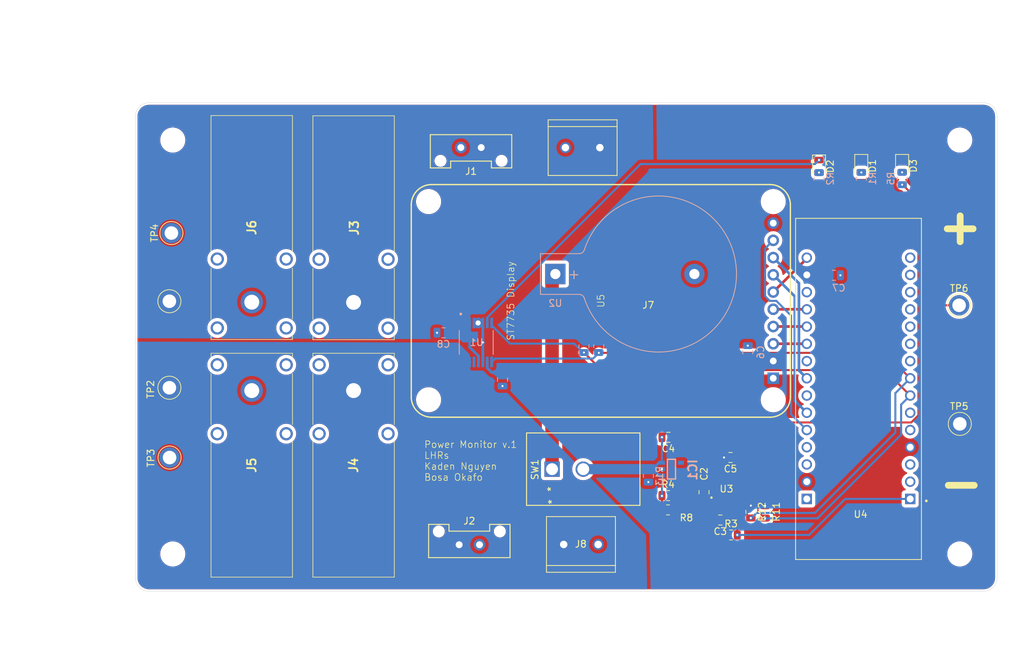
<source format=kicad_pcb>
(kicad_pcb (version 20240108) (generator "pcbnew") (generator_version "8.0")
  (layers (0 "F.Cu" signal) (31 "B.Cu" signal) (34 "B.Paste" user) (35 "F.Paste" user) (36 "B.SilkS" user "B.Silkscreen") (37 "F.SilkS" user "F.Silkscreen") (38 "B.Mask" user) (39 "F.Mask" user) (44 "Edge.Cuts" user))
  (net 0 "")
  (net 1 "GND")
  (net 2 "+3.3V")
  (net 3 "/V+")
  (net 4 "Net-(D1-A)")
  (net 5 "Net-(D2-A)")
  (net 6 "Net-(D2-K)")
  (net 7 "/V-")
  (net 8 "/SCL")
  (net 9 "/SDA")
  (net 10 "/SCK")
  (net 11 "/MOSI")
  (net 12 "/RESET")
  (net 13 "/CARD_CS")
  (net 14 "/TFT_CS")
  (net 15 "/DC")
  (net 17 "Net-(D3-A)")
  (net 18 "/ALERT")
  (net 19 "/MISO")
  (net 20 "Net-(U3-CELL)")
  (net 21 "Net-(U3-VDD)")
  (net 22 "Net-(U2-+)")
  (net 41 "/Batt")
  (footprint "TestPoint:TestPoint_Plated_Hole_D2.0mm" (layer "F.Cu") (at 57.03 112.29 90)
    (property "Reference" "TP3" (at -0.07 -2.758 90) (layer "F.SilkS"))
    (property "Value" "TestPoint")
    (pad "1" thru_hole circle (at 0 0 90) (size 3 3) (drill 2) (layers "*.Cu" "*.Mask") (net 1 "GND"))
  )
  (footprint "Resistor_SMD:R_0805_2012Metric" (layer "F.Cu") (at 139.7875 123.7)
    (property "Reference" "R3" (at 0 -1.65 0) (layer "F.SilkS"))
    (property "Value" "4.7k")
    (pad "1" smd roundrect (at -0.9125 0) (size 1.025 1.4) (layers "F.Cu" "F.Paste" "F.Mask") (roundrect_rratio 0.243902) (net 41 "/Batt"))
    (pad "2" smd roundrect (at 0.9125 0) (size 1.025 1.4) (layers "F.Cu" "F.Paste" "F.Mask") (roundrect_rratio 0.243902) (net 18 "/ALERT"))
  )
  (footprint "UTSVTConnectors:Banana_Jack_Horizontal" (layer "F.Cu") (at 74.22 98.62 -90)
    (property "Reference" "J5" (at 14.8 5.08 90) (layer "F.SilkS") (effects (font (size 1.27 1.27) (thickness 0.254))))
    (property "Value" "Conn_01x01_Pin" (hide yes))
    (pad "1" thru_hole circle (at 3.8 5.08 270) (size 3.3 3.3) (drill 2.2) (layers "*.Cu" "*.Mask") (net 1 "GND"))
    (pad "2" thru_hole circle (at 0 10.16 270) (size 1.95 1.95) (drill 1.3) (layers "*.Cu" "*.Mask"))
    (pad "3" thru_hole circle (at 10.16 10.16 270) (size 1.95 1.95) (drill 1.3) (layers "*.Cu" "*.Mask"))
    (pad "4" thru_hole circle (at 10.16 0 270) (size 1.95 1.95) (drill 1.3) (layers "*.Cu" "*.Mask"))
    (pad "5" thru_hole circle (at 0 0 270) (size 1.95 1.95) (drill 1.3) (layers "*.Cu" "*.Mask"))
  )
  (footprint "TestPoint:TestPoint_Plated_Hole_D2.0mm" (layer "F.Cu") (at 57 102 90)
    (property "Reference" "TP2" (at -0.24 -2.768 90) (layer "F.SilkS"))
    (property "Value" "TestPoint")
    (pad "1" thru_hole circle (at 0 0 90) (size 3 3) (drill 2) (layers "*.Cu" "*.Mask") (net 7 "/V-"))
  )
  (footprint "Power-Monitoring:screw_termina2x1" (layer "F.Cu") (at 117.91 66.61 180)
    (property "Reference" "J7" (at -9.68 -23.2125 0) (layer "F.SilkS") (effects (font (size 1.002039 1.002039))))
    (property "Value" "Conn_01x02_Pin")
    (pad "1" thru_hole rect (at -2.54 0 180) (size 1.65 1.65) (drill 1.1) (layers "*.Cu" "*.Mask") (net 3 "/V+"))
    (pad "2" thru_hole circle (at 2.54 0 180) (size 1.65 1.65) (drill 1.1) (layers "*.Cu" "*.Mask") (net 1 "GND"))
  )
  (footprint "Resistor_SMD:R_0805_2012Metric" (layer "F.Cu") (at 130.5125 117.9)
    (property "Reference" "R4" (at 0 -1.65 0) (layer "F.SilkS"))
    (property "Value" "1K")
    (pad "1" smd roundrect (at -0.9125 0) (size 1.025 1.4) (layers "F.Cu" "F.Paste" "F.Mask") (roundrect_rratio 0.243902) (net 41 "/Batt"))
    (pad "2" smd roundrect (at 0.9125 0) (size 1.025 1.4) (layers "F.Cu" "F.Paste" "F.Mask") (roundrect_rratio 0.243902) (net 20 "Net-(U3-CELL)"))
  )
  (footprint "LED_SMD:LED_0805_2012Metric" (layer "F.Cu") (at 165 69.3 -90)
    (property "Reference" "D3" (at 0 -1.65 90) (layer "F.SilkS"))
    (property "Value" "Batt_On_LED")
    (pad "1" smd roundrect (at -0.9375 0 270) (size 0.975 1.4) (layers "F.Cu" "F.Paste" "F.Mask") (net 1 "GND"))
    (pad "2" smd roundrect (at 0.9375 0 270) (size 0.975 1.4) (layers "F.Cu" "F.Paste" "F.Mask") (net 17 "Net-(D3-A)"))
  )
  (footprint "MountingHole:MountingHole_3.2mm_M3" (layer "F.Cu") (at 173.5 65.5)
    (property "Reference" "REF**" (hide yes))
    (property "Value" "MountingHole_3.2mm_M3")
    (pad "" np_thru_hole circle (at 0 0) (size 3.2 3.2) (drill 3.2) (layers "*.Cu" "*.Mask"))
  )
  (footprint "TestPoint:TestPoint_Plated_Hole_D2.0mm" (layer "F.Cu") (at 57 89.25 90)
    (property "Reference" "TP1" (hide yes))
    (property "Value" "TestPoint")
    (pad "1" thru_hole circle (at 0 0 90) (size 3 3) (drill 2) (layers "*.Cu" "*.Mask") (net 3 "/V+"))
  )
  (footprint "MountingHole:MountingHole_3.2mm_M3" (layer "F.Cu") (at 173.5 126.5)
    (property "Reference" "REF**" (hide yes))
    (property "Value" "MountingHole_3.2mm_M3")
    (pad "" np_thru_hole circle (at 0 0) (size 3.2 3.2) (drill 3.2) (layers "*.Cu" "*.Mask"))
  )
  (footprint "UTSVTConnectors:Banana_Jack_Horizontal" (layer "F.Cu") (at 79.07 93.22 90)
    (property "Reference" "J3" (at 14.78 5.18 90) (layer "F.SilkS") (effects (font (size 1.27 1.27) (thickness 0.254))))
    (property "Value" "Conn_01x01_Pin" (hide yes))
    (pad "1" thru_hole circle (at 3.8 5.08 90) (size 3.3 3.3) (drill 2.2) (layers "*.Cu" "*.Mask") (net 3 "/V+"))
    (pad "2" thru_hole circle (at 0 10.16 90) (size 1.95 1.95) (drill 1.3) (layers "*.Cu" "*.Mask"))
    (pad "3" thru_hole circle (at 10.16 10.16 90) (size 1.95 1.95) (drill 1.3) (layers "*.Cu" "*.Mask"))
    (pad "4" thru_hole circle (at 10.16 0 90) (size 1.95 1.95) (drill 1.3) (layers "*.Cu" "*.Mask"))
    (pad "5" thru_hole circle (at 0 0 90) (size 1.95 1.95) (drill 1.3) (layers "*.Cu" "*.Mask"))
  )
  (footprint "Capacitor_SMD:C_0805_2012Metric" (layer "F.Cu") (at 139.7 112.28 180)
    (property "Reference" "C5" (at 0 -1.68 0) (layer "F.SilkS"))
    (property "Value" "2.2uF")
    (pad "1" smd roundrect (at -0.95 0 180) (size 1 1.45) (layers "F.Cu" "F.Paste" "F.Mask") (net 1 "GND"))
    (pad "2" smd roundrect (at 0.95 0 180) (size 1 1.45) (layers "F.Cu" "F.Paste" "F.Mask") (net 2 "+3.3V"))
  )
  (footprint "Power-Monitoring:screw_termina2x1" (layer "F.Cu") (at 117.66 125.1)
    (property "Reference" "J8" (at -0.02 -0.06 0) (layer "F.SilkS") (effects (font (size 1.002039 1.002039))))
    (property "Value" "Conn_01x02_Pin")
    (pad "1" thru_hole rect (at -2.54 0) (size 1.65 1.65) (drill 1.1) (layers "*.Cu" "*.Mask") (net 7 "/V-"))
    (pad "2" thru_hole circle (at 2.54 0) (size 1.65 1.65) (drill 1.1) (layers "*.Cu" "*.Mask") (net 1 "GND"))
  )
  (footprint "Capacitor_SMD:C_0805_2012Metric" (layer "F.Cu") (at 130.55 109.3 180)
    (property "Reference" "C4" (at 0 -1.68 0) (layer "F.SilkS"))
    (property "Value" "1uF")
    (pad "1" smd roundrect (at -0.95 0 180) (size 1 1.45) (layers "F.Cu" "F.Paste" "F.Mask") (net 1 "GND"))
    (pad "2" smd roundrect (at 0.95 0 180) (size 1 1.45) (layers "F.Cu" "F.Paste" "F.Mask") (net 41 "/Batt"))
  )
  (footprint "Power-Monitoring:SW2_GF-123-0054_CWI" (layer "F.Cu") (at 113.4026 114 90)
    (property "Reference" "SW1" (at -0.06 -2.5226 90) (layer "F.SilkS"))
    (property "Value" "GF-123-0054")
    (fp_text user "*" (at -2.94 -0.1226 90) (layer "F.SilkS"))
    (fp_text user "*" (at -4.825 0 90) (layer "F.SilkS"))
    (pad "1" thru_hole rect (at 0 0 90) (size 2.2606 2.2606) (drill 1.7526) (layers "*.Cu" "*.Mask") (net 22 "Net-(U2-+)"))
    (pad "2" thru_hole circle (at 0 4.5974 90) (size 2.2606 2.2606) (drill 1.7526) (layers "*.Cu" "*.Mask") (net 41 "/Batt"))
  )
  (footprint "UTSVTConnectors:Molex_MicroFit3.0_1x2xP3.00mm_PolarizingPeg_Vertical" (layer "F.Cu") (at 102.96 66.6 180)
    (property "Reference" "J1" (at 1.5 -3.5 0) (layer "F.SilkS"))
    (property "Value" "Conn_01x02_Pin")
    (pad "" np_thru_hole circle (at -3 -1.96 180) (size 1.27 1.27) (drill 1.27) (layers "*.Cu" "*.Mask"))
    (pad "" np_thru_hole circle (at 6 -1.96 180) (size 1.27 1.27) (drill 1.27) (layers "*.Cu" "*.Mask"))
    (pad "1" thru_hole circle (at 0 0 180) (size 1.7 1.7) (drill 1.02) (layers "*.Cu" "*.Mask") (net 3 "/V+"))
    (pad "2" thru_hole circle (at 3 0 180) (size 1.7 1.7) (drill 1.02) (layers "*.Cu" "*.Mask") (net 1 "GND"))
  )
  (footprint "Power-Monitoring:ST7735" (layer "F.Cu") (at 120.6 89.2 90)
    (property "Reference" "U5" (at 0 0 90) (layer "F.SilkS") (effects (font (thickness 0.1))))
    (property "Value" "ST7735R" (hide yes))
    (fp_text user "ST7735 Display" (at 0 -12.7 90) (layer "F.SilkS") (effects (font (thickness 0.1)) (justify bottom)))
    (pad "" np_thru_hole circle (at -14.572545 -25.396364 90) (size 1.7 1.7) (drill 3.2) (layers "F&B.Cu" "*.Mask"))
    (pad "" np_thru_hole circle (at -14.572545 25.403636 90) (size 1.7 1.7) (drill 3.2) (layers "F&B.Cu" "*.Mask"))
    (pad "" np_thru_hole circle (at 14.637455 -25.396364 90) (size 3.2 3.2) (drill 3.2) (layers "F&B.Cu" "*.Mask"))
    (pad "" np_thru_hole circle (at 14.637455 25.403636 90) (size 1.7 1.7) (drill 3.2) (layers "F&B.Cu" "*.Mask"))
    (pad "1" thru_hole rect (at -11.397545 25.403636 90) (size 1.7 1.7) (drill 1) (layers "*.Cu" "*.Mask") (net 1 "GND"))
    (pad "2" thru_hole circle (at -8.857545 25.403636 90) (size 1.7 1.7) (drill 1) (layers "*.Cu" "*.Mask") (net 2 "+3.3V"))
    (pad "3" thru_hole circle (at -6.317545 25.403636 90) (size 1.7 1.7) (drill 1) (layers "*.Cu" "*.Mask") (net 12 "/RESET"))
    (pad "4" thru_hole circle (at -3.777545 25.403636 90) (size 1.7 1.7) (drill 1) (layers "*.Cu" "*.Mask") (net 15 "/DC"))
    (pad "5" thru_hole circle (at -1.237545 25.403636 90) (size 1.7 1.7) (drill 1) (layers "*.Cu" "*.Mask") (net 13 "/CARD_CS"))
    (pad "6" thru_hole circle (at 1.302455 25.403636 90) (size 1.7 1.7) (drill 1) (layers "*.Cu" "*.Mask") (net 14 "/TFT_CS"))
    (pad "7" thru_hole circle (at 3.842455 25.403636 90) (size 1.7 1.7) (drill 1) (layers "*.Cu" "*.Mask") (net 11 "/MOSI"))
    (pad "8" thru_hole circle (at 6.382455 25.403636 90) (size 1.7 1.7) (drill 1) (layers "*.Cu" "*.Mask") (net 10 "/SCK"))
    (pad "9" thru_hole circle (at 8.922455 25.403636 90) (size 1.7 1.7) (drill 1) (layers "*.Cu" "*.Mask") (net 19 "/MISO"))
    (pad "10" thru_hole circle (at 11.462455 25.403636 90) (size 1.7 1.7) (drill 1) (layers "*.Cu" "*.Mask") (net 1 "GND"))
  )
  (footprint "TestPoint:TestPoint_Plated_Hole_D2.0mm" (layer "F.Cu") (at 173.5 107.325 180)
    (property "Reference" "TP5" (at 0.09 2.58 180) (layer "F.SilkS"))
    (property "Value" "TestPoint")
    (pad "1" thru_hole circle (at 0 0 180) (size 3 3) (drill 2) (layers "*.Cu" "*.Mask") (net 2 "+3.3V"))
  )
  (footprint "Power-Monitoring:MODULE_NUCLEO-L432KC" (layer "F.Cu") (at 158.57 102.175 180)
    (property "Reference" "U4" (at -0.31 -18.48 180) (layer "F.SilkS"))
    (property "Value" "NUCLEO_L432KC")
    (pad "CN3_1" thru_hole rect (at -7.62 -16.215 180) (size 1.53 1.53) (drill 1.02) (layers "*.Cu" "*.Mask") (net 18 "/ALERT"))
    (pad "CN3_2" thru_hole circle (at -7.62 -13.675 180) (size 1.53 1.53) (drill 1.02) (layers "*.Cu" "*.Mask"))
    (pad "CN3_3" thru_hole circle (at -7.62 -11.135 180) (size 1.53 1.53) (drill 1.02) (layers "*.Cu" "*.Mask"))
    (pad "CN3_4" thru_hole circle (at -7.62 -8.595 180) (size 1.53 1.53) (drill 1.02) (layers "*.Cu" "*.Mask") (net 1 "GND"))
    (pad "CN3_5" thru_hole circle (at -7.62 -6.055 180) (size 1.53 1.53) (drill 1.02) (layers "*.Cu" "*.Mask"))
    (pad "CN3_6" thru_hole circle (at -7.62 -3.515 180) (size 1.53 1.53) (drill 1.02) (layers "*.Cu" "*.Mask"))
    (pad "CN3_7" thru_hole circle (at -7.62 -0.975 180) (size 1.53 1.53) (drill 1.02) (layers "*.Cu" "*.Mask") (net 9 "/SDA"))
    (pad "CN3_8" thru_hole circle (at -7.62 1.565 180) (size 1.53 1.53) (drill 1.02) (layers "*.Cu" "*.Mask") (net 8 "/SCL"))
    (pad "CN3_9" thru_hole circle (at -7.62 4.105 180) (size 1.53 1.53) (drill 1.02) (layers "*.Cu" "*.Mask"))
    (pad "CN3_10" thru_hole circle (at -7.62 6.645 180) (size 1.53 1.53) (drill 1.02) (layers "*.Cu" "*.Mask"))
    (pad "CN3_11" thru_hole circle (at -7.62 9.185 180) (size 1.53 1.53) (drill 1.02) (layers "*.Cu" "*.Mask"))
    (pad "CN3_12" thru_hole circle (at -7.62 11.725 180) (size 1.53 1.53) (drill 1.02) (layers "*.Cu" "*.Mask"))
    (pad "CN3_13" thru_hole circle (at -7.62 14.265 180) (size 1.53 1.53) (drill 1.02) (layers "*.Cu" "*.Mask"))
    (pad "CN3_14" thru_hole circle (at -7.62 16.805 180) (size 1.53 1.53) (drill 1.02) (layers "*.Cu" "*.Mask"))
    (pad "CN3_15" thru_hole circle (at -7.62 19.345 180) (size 1.53 1.53) (drill 1.02) (layers "*.Cu" "*.Mask"))
    (pad "CN4_1" thru_hole rect (at 7.62 -16.215 180) (size 1.53 1.53) (drill 1.02) (layers "*.Cu" "*.Mask"))
    (pad "CN4_2" thru_hole circle (at 7.62 -13.675 180) (size 1.53 1.53) (drill 1.02) (layers "*.Cu" "*.Mask") (net 1 "GND"))
    (pad "CN4_3" thru_hole circle (at 7.62 -11.135 180) (size 1.53 1.53) (drill 1.02) (layers "*.Cu" "*.Mask"))
    (pad "CN4_4" thru_hole circle (at 7.62 -8.595 180) (size 1.53 1.53) (drill 1.02) (layers "*.Cu" "*.Mask"))
    (pad "CN4_5" thru_hole circle (at 7.62 -6.055 180) (size 1.53 1.53) (drill 1.02) (layers "*.Cu" "*.Mask") (net 19 "/MISO"))
    (pad "CN4_6" thru_hole circle (at 7.62 -3.515 180) (size 1.53 1.53) (drill 1.02) (layers "*.Cu" "*.Mask") (net 11 "/MOSI"))
    (pad "CN4_7" thru_hole circle (at 7.62 -0.975 180) (size 1.53 1.53) (drill 1.02) (layers "*.Cu" "*.Mask"))
    (pad "CN4_8" thru_hole circle (at 7.62 1.565 180) (size 1.53 1.53) (drill 1.02) (layers "*.Cu" "*.Mask") (net 10 "/SCK"))
    (pad "CN4_9" thru_hole circle (at 7.62 4.105 180) (size 1.53 1.53) (drill 1.02) (layers "*.Cu" "*.Mask"))
    (pad "CN4_10" thru_hole circle (at 7.62 6.645 180) (size 1.53 1.53) (drill 1.02) (layers "*.Cu" "*.Mask") (net 12 "/RESET"))
    (pad "CN4_11" thru_hole circle (at 7.62 9.185 180) (size 1.53 1.53) (drill 1.02) (layers "*.Cu" "*.Mask") (net 15 "/DC"))
    (pad "CN4_12" thru_hole circle (at 7.62 11.725 180) (size 1.53 1.53) (drill 1.02) (layers "*.Cu" "*.Mask") (net 13 "/CARD_CS"))
    (pad "CN4_13" thru_hole circle (at 7.62 14.265 180) (size 1.53 1.53) (drill 1.02) (layers "*.Cu" "*.Mask"))
    (pad "CN4_14" thru_hole circle (at 7.62 16.805 180) (size 1.53 1.53) (drill 1.02) (layers "*.Cu" "*.Mask") (net 2 "+3.3V"))
    (pad "CN4_15" thru_hole circle (at 7.62 19.345 180) (size 1.53 1.53) (drill 1.02) (layers "*.Cu" "*.Mask") (net 14 "/TFT_CS"))
  )
  (footprint "TestPoint:TestPoint_Plated_Hole_D2.0mm" (layer "F.Cu") (at 57.3 79.2 90)
    (property "Reference" "TP4" (at 0 -2.498 90) (layer "F.SilkS"))
    (property "Value" "TestPoint")
    (pad "1" thru_hole circle (at 0 0 90) (size 3 3) (drill 2) (layers "*.Cu" "*.Mask") (net 1 "GND"))
  )
  (footprint "UTSVTConnectors:Banana_Jack_Horizontal" (layer "F.Cu") (at 64.06 93.19 90)
    (property "Reference" "J6" (at 14.8 5.08 90) (layer "F.SilkS") (effects (font (size 1.27 1.27) (thickness 0.254))))
    (property "Value" "Conn_01x01_Pin" (hide yes))
    (pad "1" thru_hole circle (at 3.8 5.08 90) (size 3.3 3.3) (drill 2.2) (layers "*.Cu" "*.Mask") (net 1 "GND"))
    (pad "2" thru_hole circle (at 0 10.16 90) (size 1.95 1.95) (drill 1.3) (layers "*.Cu" "*.Mask"))
    (pad "3" thru_hole circle (at 10.16 10.16 90) (size 1.95 1.95) (drill 1.3) (layers "*.Cu" "*.Mask"))
    (pad "4" thru_hole circle (at 10.16 0 90) (size 1.95 1.95) (drill 1.3) (layers "*.Cu" "*.Mask"))
    (pad "5" thru_hole circle (at 0 0 90) (size 1.95 1.95) (drill 1.3) (layers "*.Cu" "*.Mask"))
  )
  (footprint "UTSVTConnectors:Molex_MicroFit3.0_1x2xP3.00mm_PolarizingPeg_Vertical" (layer "F.Cu") (at 99.71 125.14)
    (property "Reference" "J2" (at 1.5 -3.5 0) (layer "F.SilkS"))
    (property "Value" "Conn_01x02_Pin")
    (pad "" np_thru_hole circle (at -3 -1.96) (size 1.27 1.27) (drill 1.27) (layers "*.Cu" "*.Mask"))
    (pad "" np_thru_hole circle (at 6 -1.96) (size 1.27 1.27) (drill 1.27) (layers "*.Cu" "*.Mask"))
    (pad "1" thru_hole circle (at 0 0) (size 1.7 1.7) (drill 1.02) (layers "*.Cu" "*.Mask") (net 7 "/V-"))
    (pad "2" thru_hole circle (at 3 0) (size 1.7 1.7) (drill 1.02) (layers "*.Cu" "*.Mask") (net 1 "GND"))
  )
  (footprint "Capacitor_SMD:C_0805_2012Metric" (layer "F.Cu") (at 135.8 117.4 -90)
    (property "Reference" "C2" (at -2.7 -0.01 90) (layer "F.SilkS"))
    (property "Value" "1uF")
    (pad "1" smd roundrect (at -0.95 0 270) (size 1 1.45) (layers "F.Cu" "F.Paste" "F.Mask") (net 1 "GND"))
    (pad "2" smd roundrect (at 0.95 0 270) (size 1 1.45) (layers "F.Cu" "F.Paste" "F.Mask") (net 20 "Net-(U3-CELL)"))
  )
  (footprint "Resistor_SMD:R_0805_2012Metric" (layer "F.Cu") (at 130.5 120)
    (property "Reference" "R8" (at 2.7025 1.165 0) (layer "F.SilkS"))
    (property "Value" "150")
    (pad "1" smd roundrect (at -0.9125 0) (size 1.025 1.4) (layers "F.Cu" "F.Paste" "F.Mask") (roundrect_rratio 0.243902) (net 41 "/Batt"))
    (pad "2" smd roundrect (at 0.9125 0) (size 1.025 1.4) (layers "F.Cu" "F.Paste" "F.Mask") (roundrect_rratio 0.243902) (net 21 "Net-(U3-VDD)"))
  )
  (footprint "LED_SMD:LED_0805_2012Metric" (layer "F.Cu") (at 158.975 69.3 -90)
    (property "Reference" "D1" (at 0 -1.65 90) (layer "F.SilkS"))
    (property "Value" "On_LED")
    (pad "1" smd roundrect (at -0.9375 0 270) (size 0.975 1.4) (layers "F.Cu" "F.Paste" "F.Mask") (net 1 "GND"))
    (pad "2" smd roundrect (at 0.9375 0 270) (size 0.975 1.4) (layers "F.Cu" "F.Paste" "F.Mask") (net 4 "Net-(D1-A)"))
  )
  (footprint "LED_SMD:LED_0805_2012Metric" (layer "F.Cu") (at 152.75 69.375 -90)
    (property "Reference" "D2" (at 0 -1.65 90) (layer "F.SilkS"))
    (property "Value" "Alert_LED")
    (pad "1" smd roundrect (at -0.9375 0 270) (size 0.975 1.4) (layers "F.Cu" "F.Paste" "F.Mask") (net 6 "Net-(D2-K)"))
    (pad "2" smd roundrect (at 0.9375 0 270) (size 0.975 1.4) (layers "F.Cu" "F.Paste" "F.Mask") (net 5 "Net-(D2-A)"))
  )
  (footprint "Resistor_SMD:R_0805_2012Metric" (layer "F.Cu") (at 142.699999 120.287499 -90)
    (property "Reference" "R12" (at 0 -1.65 90) (layer "F.SilkS"))
    (property "Value" "10k")
    (pad "1" smd roundrect (at -0.9125 0 270) (size 1.025 1.4) (layers "F.Cu" "F.Paste" "F.Mask") (roundrect_rratio 0.243902) (net 2 "+3.3V"))
    (pad "2" smd roundrect (at 0.9125 0 270) (size 1.025 1.4) (layers "F.Cu" "F.Paste" "F.Mask") (roundrect_rratio 0.243902) (net 8 "/SCL"))
  )
  (footprint "Capacitor_SMD:C_0805_2012Metric" (layer "F.Cu") (at 138.2 121.5 180)
    (property "Reference" "C3" (at 0 -1.68 0) (layer "F.SilkS"))
    (property "Value" "10nF")
    (pad "1" smd roundrect (at -0.95 0 180) (size 1 1.45) (layers "F.Cu" "F.Paste" "F.Mask") (net 1 "GND"))
    (pad "2" smd roundrect (at 0.95 0 180) (size 1 1.45) (layers "F.Cu" "F.Paste" "F.Mask") (net 21 "Net-(U3-VDD)"))
  )
  (footprint "MountingHole:MountingHole_3.2mm_M3" (layer "F.Cu") (at 57.5 65.5)
    (property "Reference" "REF**" (hide yes))
    (property "Value" "MountingHole_3.2mm_M3")
    (pad "" np_thru_hole circle (at 0 0) (size 3.2 3.2) (drill 3.2) (layers "*.Cu" "*.Mask"))
  )
  (footprint "UTSVTConnectors:Banana_Jack_Horizontal" (layer "F.Cu") (at 89.23 98.62 -90)
    (property "Reference" "J4" (at 14.8 5.08 90) (layer "F.SilkS") (effects (font (size 1.27 1.27) (thickness 0.254))))
    (property "Value" "Conn_01x01_Pin" (hide yes))
    (pad "1" thru_hole circle (at 3.8 5.08 270) (size 3.3 3.3) (drill 2.2) (layers "*.Cu" "*.Mask") (net 7 "/V-"))
    (pad "2" thru_hole circle (at 0 10.16 270) (size 1.95 1.95) (drill 1.3) (layers "*.Cu" "*.Mask"))
    (pad "3" thru_hole circle (at 10.16 10.16 270) (size 1.95 1.95) (drill 1.3) (layers "*.Cu" "*.Mask"))
    (pad "4" thru_hole circle (at 10.16 0 270) (size 1.95 1.95) (drill 1.3) (layers "*.Cu" "*.Mask"))
    (pad "5" thru_hole circle (at 0 0 270) (size 1.95 1.95) (drill 1.3) (layers "*.Cu" "*.Mask"))
  )
  (footprint "TestPoint:TestPoint_Plated_Hole_D2.0mm" (layer "F.Cu") (at 173.4 89.85)
    (property "Reference" "TP6" (at 0 -2.498 0) (layer "F.SilkS"))
    (property "Value" "TestPoint")
    (pad "1" thru_hole circle (at 0 0) (size 3 3) (drill 2) (layers "*.Cu" "*.Mask") (net 41 "/Batt"))
  )
  (footprint "Power-Monitoring:21-0174B_MXM" (layer "F.Cu") (at 139.275 118.949999)
    (property "Reference" "U3" (at -0.165 -2.035 0) (layer "F.SilkS"))
    (property "Value" "MAX17043G+U")
    (pad "1" smd rect (at -1.4224 -0.750001) (size 0.8128 0.254) (layers "F.Cu" "F.Paste" "F.Mask") (net 1 "GND"))
    (pad "2" smd rect (at -1.4224 -0.25) (size 0.8128 0.254) (layers "F.Cu" "F.Paste" "F.Mask") (net 20 "Net-(U3-CELL)"))
    (pad "3" smd rect (at -1.4224 0.25) (size 0.8128 0.254) (layers "F.Cu" "F.Paste" "F.Mask") (net 21 "Net-(U3-VDD)"))
    (pad "4" smd rect (at -1.4224 0.750001) (size 0.8128 0.254) (layers "F.Cu" "F.Paste" "F.Mask") (net 1 "GND"))
    (pad "5" smd rect (at 1.4224 0.750001) (size 0.8128 0.254) (layers "F.Cu" "F.Paste" "F.Mask") (net 18 "/ALERT"))
    (pad "6" smd rect (at 1.4224 0.25) (size 0.8128 0.254) (layers "F.Cu" "F.Paste" "F.Mask") (net 1 "GND"))
    (pad "7" smd rect (at 1.4224 -0.25) (size 0.8128 0.254) (layers "F.Cu" "F.Paste" "F.Mask") (net 8 "/SCL"))
    (pad "8" smd rect (at 1.4224 -0.750001) (size 0.8128 0.254) (layers "F.Cu" "F.Paste" "F.Mask") (net 9 "/SDA"))
    (pad "9" smd rect (at 0 0) (size 1.6002 1.905) (layers "F.Cu" "F.Paste" "F.Mask") (net 1 "GND"))
  )
  (footprint "MountingHole:MountingHole_3.2mm_M3" (layer "F.Cu") (at 57.5 126.5)
    (property "Reference" "REF**" (hide yes))
    (property "Value" "MountingHole_3.2mm_M3")
    (pad "" np_thru_hole circle (at 0 0) (size 3.2 3.2) (drill 3.2) (layers "*.Cu" "*.Mask"))
  )
  (footprint "Resistor_SMD:R_0805_2012Metric" (layer "F.Cu") (at 144.8 120.3 -90)
    (property "Reference" "R11" (at 0 -1.65 90) (layer "F.SilkS"))
    (property "Value" "10k")
    (pad "1" smd roundrect (at -0.9125 0 270) (size 1.025 1.4) (layers "F.Cu" "F.Paste" "F.Mask") (roundrect_rratio 0.243902) (net 2 "+3.3V"))
    (pad "2" smd roundrect (at 0.9125 0 270) (size 1.025 1.4) (layers "F.Cu" "F.Paste" "F.Mask") (roundrect_rratio 0.243902) (net 9 "/SDA"))
  )
  (footprint "Power-Monitoring:SOT95P280X130-5N" (layer "B.Cu") (at 131 114)
    (property "Reference" "IC1" (at 3.14 0.11 90) (layer "B.SilkS") (effects (font (size 1.27 1.27) (thickness 0.254)) (justify mirror)))
    (property "Value" "XC6222D331MR-G" (hide yes))
    (pad "1" smd rect (at -1.4 0.95 270) (size 0.6 0.9) (layers "B.Cu" "B.Paste" "B.Mask") (net 41 "/Batt"))
    (pad "2" smd rect (at -1.4 0 270) (size 0.6 0.9) (layers "B.Cu" "B.Paste" "B.Mask") (net 1 "GND"))
    (pad "3" smd rect (at -1.4 -0.95 270) (size 0.6 0.9) (layers "B.Cu" "B.Paste" "B.Mask") (net 41 "/Batt"))
    (pad "4" smd rect (at 1.4 -0.95 270) (size 0.6 0.9) (layers "B.Cu" "B.Paste" "B.Mask"))
    (pad "5" smd rect (at 1.4 0.95 270) (size 0.6 0.9) (layers "B.Cu" "B.Paste" "B.Mask") (net 2 "+3.3V"))
  )
  (footprint "Resistor_SMD:R_0805_2012Metric" (layer "B.Cu") (at 165 71.1625 -90)
    (property "Reference" "R5" (at 0 1.65 90) (layer "B.SilkS") (effects (justify mirror)))
    (property "Value" "10k")
    (pad "1" smd roundrect (at -0.9125 0 270) (size 1.025 1.4) (layers "B.Cu" "B.Paste" "B.Mask") (roundrect_rratio 0.243902) (net 17 "Net-(D3-A)"))
    (pad "2" smd roundrect (at 0.9125 0 270) (size 1.025 1.4) (layers "B.Cu" "B.Paste" "B.Mask") (roundrect_rratio 0.243902) (net 41 "/Batt"))
  )
  (footprint "Capacitor_SMD:C_0805_2012Metric" (layer "B.Cu") (at 142.25 96.75 90)
    (property "Reference" "C6" (at -0.03 1.9 90) (layer "B.SilkS") (effects (justify mirror)))
    (property "Value" "1u")
    (pad "1" smd roundrect (at -0.95 0 90) (size 1 1.45) (layers "B.Cu" "B.Paste" "B.Mask") (net 2 "+3.3V"))
    (pad "2" smd roundrect (at 0.95 0 90) (size 1 1.45) (layers "B.Cu" "B.Paste" "B.Mask") (net 1 "GND"))
  )
  (footprint "Power-Monitoring:INA260" (layer "B.Cu") (at 102.225 95.325 -90)
    (property "Reference" "U1" (at 0 -0.05 0) (layer "B.SilkS") (effects (justify mirror)))
    (property "Value" "INA260AIPWR" (hide yes))
    (pad "1" smd roundrect (at -2.87 2.275 270) (size 1.57 0.41) (layers "B.Cu" "B.Paste" "B.Mask") (roundrect_rratio 0.125) (net 3 "/V+"))
    (pad "2" smd roundrect (at -2.87 1.625 270) (size 1.57 0.41) (layers "B.Cu" "B.Paste" "B.Mask") (roundrect_rratio 0.125) (net 3 "/V+"))
    (pad "3" smd roundrect (at -2.87 0.975 270) (size 1.57 0.41) (layers "B.Cu" "B.Paste" "B.Mask") (roundrect_rratio 0.125) (net 3 "/V+"))
    (pad "4" smd roundrect (at -2.87 0.325 270) (size 1.57 0.41) (layers "B.Cu" "B.Paste" "B.Mask") (roundrect_rratio 0.125) (net 1 "GND"))
    (pad "5" smd roundrect (at -2.87 -0.325 270) (size 1.57 0.41) (layers "B.Cu" "B.Paste" "B.Mask") (roundrect_rratio 0.125) (net 1 "GND"))
    (pad "6" smd roundrect (at -2.87 -0.975 270) (size 1.57 0.41) (layers "B.Cu" "B.Paste" "B.Mask") (roundrect_rratio 0.125) (net 1 "GND"))
    (pad "7" smd roundrect (at -2.87 -1.625 270) (size 1.57 0.41) (layers "B.Cu" "B.Paste" "B.Mask") (roundrect_rratio 0.125) (net 6 "Net-(D2-K)"))
    (pad "8" smd roundrect (at -2.87 -2.275 270) (size 1.57 0.41) (layers "B.Cu" "B.Paste" "B.Mask") (roundrect_rratio 0.125) (net 9 "/SDA"))
    (pad "9" smd roundrect (at 2.87 -2.275 270) (size 1.57 0.41) (layers "B.Cu" "B.Paste" "B.Mask") (roundrect_rratio 0.125) (net 8 "/SCL"))
    (pad "10" smd roundrect (at 2.87 -1.625 270) (size 1.57 0.41) (layers "B.Cu" "B.Paste" "B.Mask") (roundrect_rratio 0.125) (net 2 "+3.3V"))
    (pad "11" smd roundrect (at 2.87 -0.975 270) (size 1.57 0.41) (layers "B.Cu" "B.Paste" "B.Mask") (roundrect_rratio 0.125) (net 1 "GND"))
    (pad "12" smd roundrect (at 2.87 -0.325 270) (size 1.57 0.41) (layers "B.Cu" "B.Paste" "B.Mask") (roundrect_rratio 0.125) (net 3 "/V+"))
    (pad "13" smd roundrect (at 2.87 0.325 270) (size 1.57 0.41) (layers "B.Cu" "B.Paste" "B.Mask") (roundrect_rratio 0.125))
    (pad "14" smd roundrect (at 2.87 0.975 270) (size 1.57 0.41) (layers "B.Cu" "B.Paste" "B.Mask") (roundrect_rratio 0.125) (net 7 "/V-"))
    (pad "15" smd roundrect (at 2.87 1.625 270) (size 1.57 0.41) (layers "B.Cu" "B.Paste" "B.Mask") (roundrect_rratio 0.125) (net 7 "/V-"))
    (pad "16" smd roundrect (at 2.87 2.275 270) (size 1.57 0.41) (layers "B.Cu" "B.Paste" "B.Mask") (roundrect_rratio 0.125) (net 7 "/V-"))
  )
  (footprint "Battery:BatteryHolder_Keystone_103_1x20mm" (layer "B.Cu") (at 113.89 85.24)
    (property "Reference" "U2" (at 0 4.3 0) (layer "B.SilkS") (effects (justify mirror)))
    (property "Value" "CR2450")
    (fp_text user "+" (at 2.75 0 0) (layer "B.SilkS") (effects (font (size 1.5 1.5)) (justify mirror)))
    (pad "1" thru_hole rect (at 0 0) (size 3 3) (drill 1.5) (layers "*.Cu" "*.Mask") (net 22 "Net-(U2-+)"))
    (pad "2" thru_hole circle (at 20.49 0) (size 3 3) (drill 1.5) (layers "*.Cu" "*.Mask") (net 1 "GND"))
  )
  (footprint "Resistor_SMD:R_0805_2012Metric" (layer "B.Cu") (at 152.75 71.2 90)
    (property "Reference" "R2" (at 0 1.65 90) (layer "B.SilkS") (effects (justify mirror)))
    (property "Value" "10k")
    (pad "1" smd roundrect (at -0.9125 0 90) (size 1.025 1.4) (layers "B.Cu" "B.Paste" "B.Mask") (roundrect_rratio 0.243902) (net 2 "+3.3V"))
    (pad "2" smd roundrect (at 0.9125 0 90) (size 1.025 1.4) (layers "B.Cu" "B.Paste" "B.Mask") (roundrect_rratio 0.243902) (net 5 "Net-(D2-A)"))
  )
  (footprint "Resistor_SMD:R_0805_2012Metric" (layer "B.Cu") (at 118.1 95.9 -90)
    (property "Reference" "R9" (hide yes))
    (property "Value" "10k")
    (pad "1" smd roundrect (at -0.9125 0 270) (size 1.025 1.4) (layers "B.Cu" "B.Paste" "B.Mask") (roundrect_rratio 0.243902) (net 2 "+3.3V"))
    (pad "2" smd roundrect (at 0.9125 0 270) (size 1.025 1.4) (layers "B.Cu" "B.Paste" "B.Mask") (roundrect_rratio 0.243902) (net 9 "/SDA"))
  )
  (footprint "Capacitor_SMD:C_0805_2012Metric" (layer "B.Cu") (at 106.1 100.8 -90)
    (property "Reference" "C1" (hide yes))
    (property "Value" "0.1uF" (hide yes))
    (pad "1" smd roundrect (at -0.95 0 270) (size 1 1.45) (layers "B.Cu" "B.Paste" "B.Mask") (net 2 "+3.3V"))
    (pad "2" smd roundrect (at 0.95 0 270) (size 1 1.45) (layers "B.Cu" "B.Paste" "B.Mask") (net 1 "GND"))
  )
  (footprint "Resistor_SMD:R_0805_2012Metric" (layer "B.Cu") (at 158.99 71.18 90)
    (property "Reference" "R1" (at 0 1.65 90) (layer "B.SilkS") (effects (justify mirror)))
    (property "Value" "10k")
    (pad "1" smd roundrect (at -0.9125 0 90) (size 1.025 1.4) (layers "B.Cu" "B.Paste" "B.Mask") (roundrect_rratio 0.243902) (net 2 "+3.3V"))
    (pad "2" smd roundrect (at 0.9125 0 90) (size 1.025 1.4) (layers "B.Cu" "B.Paste" "B.Mask") (roundrect_rratio 0.243902) (net 4 "Net-(D1-A)"))
  )
  (footprint "Capacitor_SMD:C_0805_2012Metric" (layer "B.Cu") (at 97.4 93.9)
    (property "Reference" "C8" (at 0 1.68 360) (layer "B.SilkS") (effects (justify mirror)))
    (property "Value" "0.1uF")
    (pad "1" smd roundrect (at -0.95 0) (size 1 1.45) (layers "B.Cu" "B.Paste" "B.Mask") (net 1 "GND"))
    (pad "2" smd roundrect (at 0.95 0) (size 1 1.45) (layers "B.Cu" "B.Paste" "B.Mask") (net 3 "/V+"))
  )
  (footprint "Capacitor_SMD:C_0805_2012Metric" (layer "B.Cu") (at 154.95 85.425)
    (property "Reference" "C7" (at 0.715 1.880045 0) (layer "B.SilkS") (effects (justify mirror)))
    (property "Value" "1u")
    (pad "1" smd roundrect (at -0.95 0) (size 1 1.45) (layers "B.Cu" "B.Paste" "B.Mask") (net 2 "+3.3V"))
    (pad "2" smd roundrect (at 0.95 0) (size 1 1.45) (layers "B.Cu" "B.Paste" "B.Mask") (net 1 "GND"))
  )
  (footprint "Resistor_SMD:R_0805_2012Metric" (layer "B.Cu") (at 120.28 95.8875 90)
    (property "Reference" "R10" (hide yes))
    (property "Value" "10k" (hide yes))
    (pad "1" smd roundrect (at -0.9125 0 90) (size 1.025 1.4) (layers "B.Cu" "B.Paste" "B.Mask") (roundrect_rratio 0.243902) (net 8 "/SCL"))
    (pad "2" smd roundrect (at 0.9125 0 90) (size 1.025 1.4) (layers "B.Cu" "B.Paste" "B.Mask") (roundrect_rratio 0.243902) (net 2 "+3.3V"))
  )
  (footprint "Resistor_SMD:R_0805_2012Metric" (layer "B.Cu") (at 127.6 115 90)
    (property "Reference" "R13" (at 0 1.65 270) (layer "B.SilkS") (effects (justify mirror)))
    (property "Value" "10k")
    (pad "1" smd roundrect (at -0.9125 0 90) (size 1.025 1.4) (layers "B.Cu" "B.Paste" "B.Mask") (roundrect_rratio 0.243902) (net 1 "GND"))
    (pad "2" smd roundrect (at 0.9125 0 90) (size 1.025 1.4) (layers "B.Cu" "B.Paste" "B.Mask") (roundrect_rratio 0.243902) (net 41 "/Batt"))
  )
  (gr_line (start 52 62) (end 52 130) (stroke (width 0.05)) (layer "Edge.Cuts"))
  (gr_line (start 177 60) (end 54 60) (stroke (width 0.05)) (layer "Edge.Cuts"))
  (gr_line (start 179 130) (end 179 62) (stroke (width 0.05)) (layer "Edge.Cuts"))
  (gr_arc (start 179 130) (mid 178.414214 131.414214) (end 177 132) (stroke (width 0.05)) (layer "Edge.Cuts"))
  (gr_arc (start 52 62) (mid 52.585786 60.585786) (end 54 60) (stroke (width 0.05)) (layer "Edge.Cuts"))
  (gr_arc (start 54 132) (mid 52.585786 131.414214) (end 52 130) (stroke (width 0.05)) (layer "Edge.Cuts"))
  (gr_line (start 54 132) (end 177 132) (stroke (width 0.05)) (layer "Edge.Cuts"))
  (gr_arc (start 177 60) (mid 178.414213 60.585786) (end 179 62) (stroke (width 0.05)) (layer "Edge.Cuts"))
  (gr_text "Power Monitor v.1        \nLHRs   \nKaden Nguyen\nBosa Okafo\n                          \n\n" (at 94.5 119 0) (layer "F.SilkS") (effects (font (size 1 1) (thickness 0.1)) (justify left bottom)))
  (gr_text "-\n" (at 169.96 118.95 0) (layer "F.SilkS") (effects (font (size 5 5) (thickness 1) (bold yes)) (justify left bottom)))
  (gr_text "+" (at 169.8 81.14 0) (layer "F.SilkS") (effects (font (size 5 5) (thickness 1) (bold yes)) (justify left bottom)))
  (segment (start 139.525 119.199999) (end 139.275 118.949999) (width 0.3) (layer "F.Cu") (net 1))
  (segment (start 120.5 125.78) (end 121 125.78) (width 0.2) (layer "F.Cu") (net 1))
  (segment (start 138.524999 119.7) (end 139.275 118.949999) (width 0.3) (layer "F.Cu") (net 1))
  (segment (start 138.524999 118.199998) (end 137.8526 118.199998) (width 0.3) (layer "F.Cu") (net 1))
  (segment (start 139.275 118.949999) (end 138.524999 118.199998) (width 0.3) (layer "F.Cu") (net 1))
  (segment (start 140.6974 119.199999) (end 139.525 119.199999) (width 0.3) (layer "F.Cu") (net 1))
  (segment (start 137.877599 119.7) (end 138.524999 119.7) (width 0.3) (layer "F.Cu") (net 1))
  (via (at 103.2 95.32) (size 0.6) (drill 0.3) (layers "F.Cu" "B.Cu") (net 1))
  (via (at 142.25 95.8) (size 0.6) (drill 0.3) (layers "F.Cu" "B.Cu") (net 1))
  (via (at 129.6 114) (size 0.6) (drill 0.3) (layers "F.Cu" "B.Cu") (net 1))
  (via (at 106.1 101.75) (size 0.6) (drill 0.3) (layers "F.Cu" "B.Cu") (net 1))
  (via (at 102.5 92.455) (size 1.5) (drill 0.75) (layers "F.Cu" "B.Cu") (net 1))
  (via (at 127.6 115.9) (size 0.6) (drill 0.3) (layers "F.Cu" "B.Cu") (net 1))
  (via (at 96.45 93.9) (size 0.6) (drill 0.3) (layers "F.Cu" "B.Cu") (net 1))
  (via (at 155.9 85.425) (size 0.6) (drill 0.3) (layers "F.Cu" "B.Cu") (net 1))
  (segment (start 103.2 95.32) (end 103.2 93.105) (width 0.4) (layer "B.Cu") (net 1))
  (segment (start 103.2 98.195) (end 103.2 95.32) (width 0.4) (layer "B.Cu") (net 1))
  (segment (start 103.2 92.455) (end 102.5 92.455) (width 0.4) (layer "B.Cu") (net 1))
  (segment (start 102.5 92.455) (end 101.9 92.455) (width 0.4) (layer "B.Cu") (net 1))
  (segment (start 103.2 93.105) (end 102.55 92.455) (width 0.4) (layer "B.Cu") (net 1))
  (via (at 142.699999 119.374999) (size 0.6) (drill 0.3) (layers "F.Cu" "B.Cu") (net 2))
  (via (at 138.75 112.28) (size 0.6) (drill 0.3) (layers "F.Cu" "B.Cu") (net 2))
  (via (at 144.8 119.4) (size 0.6) (drill 0.3) (layers "F.Cu" "B.Cu") (net 2))
  (segment (start 103.85 99.001374) (end 103.85 98.195) (width 0.3) (layer "B.Cu") (net 2))
  (segment (start 152.84 72.15) (end 152.84 72.535) (width 0.4) (layer "B.Cu") (net 2))
  (segment (start 103.85 99.072084) (end 104.527916 99.75) (width 0.4) (layer "B.Cu") (net 2))
  (segment (start 152.84 72.1175) (end 152.84 72.15) (width 0.4) (layer "B.Cu") (net 2))
  (segment (start 103.85 98.195) (end 103.85 99.072084) (width 0.4) (layer "B.Cu") (net 2))
  (segment (start 104.527916 99.75) (end 105 99.75) (width 0.4) (layer "B.Cu") (net 2))
  (segment (start 101.25 92.455) (end 101.25 96.017916) (width 0.4) (layer "B.Cu") (net 3))
  (segment (start 101.25 96.017916) (end 102.55 97.317916) (width 0.4) (layer "B.Cu") (net 3))
  (segment (start 100.6 92.455) (end 100.6 91.4) (width 1.5) (layer "B.Cu") (net 3))
  (segment (start 99.95 92.455) (end 100.745 92.455) (width 1.5) (layer "B.Cu") (net 3))
  (segment (start 102.55 97.317916) (end 102.55 98.195) (width 0.4) (layer "B.Cu") (net 3))
  (via (at 158.99 70.2675) (size 0.6) (drill 0.3) (layers "F.Cu" "B.Cu") (net 4))
  (via (at 152.75 70.2875) (size 0.6) (drill 0.3) (layers "F.Cu" "B.Cu") (net 5))
  (via (at 152.75 68.4375) (size 0.6) (drill 0.3) (layers "F.Cu" "B.Cu") (net 6))
  (segment (start 126.461126 69.0375) (end 152.15 69.0375) (width 0.3) (layer "B.Cu") (net 6))
  (segment (start 103.85 91.648626) (end 126.461126 69.0375) (width 0.3) (layer "B.Cu") (net 6))
  (segment (start 152.15 69.0375) (end 152.8125 68.375) (width 0.3) (layer "B.Cu") (net 6))
  (segment (start 103.85 92.455) (end 103.85 91.648626) (width 0.3) (layer "B.Cu") (net 6))
  (segment (start 100.6 98.195) (end 100.6 99.1) (width 1.5) (layer "B.Cu") (net 7))
  (segment (start 99.95 98.195) (end 100.745 98.195) (width 1.5) (layer "B.Cu") (net 7))
  (segment (start 122.73509 96.86) (end 122.737545 96.857545) (width 0.3) (layer "F.Cu") (net 8))
  (segment (start 122.737545 96.857545) (end 162.437545 96.857545) (width 0.3) (layer "F.Cu") (net 8))
  (segment (start 141.65 119.019199) (end 141.65 120.15) (width 0.2) (layer "F.Cu") (net 8))
  (segment (start 141.65 120.15) (end 142.699999 121.199999) (width 0.2) (layer "F.Cu") (net 8))
  (segment (start 141.3308 118.699999) (end 141.65 119.019199) (width 0.2) (layer "F.Cu") (net 8))
  (segment (start 120.3 96.86) (end 122.73509 96.86) (width 0.3) (layer "F.Cu") (net 8))
  (segment (start 140.6974 118.699999) (end 141.3308 118.699999) (width 0.2) (layer "F.Cu") (net 8))
  (segment (start 162.437545 96.857545) (end 166.19 100.61) (width 0.3) (layer "F.Cu") (net 8))
  (via (at 120.3 96.86) (size 0.6) (drill 0.3) (layers "F.Cu" "B.Cu") (net 8))
  (via (at 142.699999 121.199999) (size 0.6) (drill 0.3) (layers "F.Cu" "B.Cu") (net 8))
  (segment (start 119.46 97.7) (end 120.3 96.86) (width 0.3) (layer "B.Cu") (net 8))
  (segment (start 143.55 120.45) (end 142.800001 121.199999) (width 0.3) (layer "B.Cu") (net 8))
  (segment (start 104.525 98.22) (end 104.5 98.195) (width 0.3) (layer "B.Cu") (net 8))
  (segment (start 142.800001 121.199999) (end 142.699999 121.199999) (width 0.3) (layer "B.Cu") (net 8))
  (segment (start 164 102.8) (end 164 108.6) (width 0.3) (layer "B.Cu") (net 8))
  (segment (start 164 108.6) (end 152.15 120.45) (width 0.3) (layer "B.Cu") (net 8))
  (segment (start 152.15 120.45) (end 143.55 120.45) (width 0.3) (layer "B.Cu") (net 8))
  (segment (start 104.5 98.195) (end 104.995 97.7) (width 0.3) (layer "B.Cu") (net 8))
  (segment (start 166.19 100.61) (end 164 102.8) (width 0.3) (layer "B.Cu") (net 8))
  (segment (start 104.995 97.7) (end 119.46 97.7) (width 0.3) (layer "B.Cu") (net 8))
  (segment (start 118.1 96.8125) (end 118.1125 96.8125) (width 0.3) (layer "F.Cu") (net 9))
  (segment (start 143.090255 118.199998) (end 143.75 118.859743) (width 0.2) (layer "F.Cu") (net 9))
  (segment (start 162.437545 99.397545) (end 166.19 103.15) (width 0.3) (layer "F.Cu") (net 9))
  (segment (start 143.75 118.859743) (end 143.75 120.200001) (width 0.2) (layer "F.Cu") (net 9))
  (segment (start 118.1125 96.8125) (end 120.697545 99.397545) (width 0.3) (layer "F.Cu") (net 9))
  (segment (start 143.75 120.200001) (end 144.799999 121.25) (width 0.2) (layer "F.Cu") (net 9))
  (segment (start 140.6974 118.199998) (end 143.090255 118.199998) (width 0.2) (layer "F.Cu") (net 9))
  (segment (start 120.697545 99.397545) (end 162.437545 99.397545) (width 0.3) (layer "F.Cu") (net 9))
  (via (at 118.1 96.8125) (size 0.6) (drill 0.3) (layers "F.Cu" "B.Cu") (net 9))
  (via (at 144.799999 121.25) (size 0.6) (drill 0.3) (layers "F.Cu" "B.Cu") (net 9))
  (segment (start 107.2 95.5) (end 104.5 92.8) (width 0.3) (layer "B.Cu") (net 9))
  (segment (start 117.972882 96.8125) (end 116.660382 95.5) (width 0.3) (layer "B.Cu") (net 9))
  (segment (start 104.5 92.8) (end 104.5 92.455) (width 0.3) (layer "B.Cu") (net 9))
  (segment (start 152.525 121.25) (end 164.85 108.925) (width 0.3) (layer "B.Cu") (net 9))
  (segment (start 116.660382 95.5) (end 107.2 95.5) (width 0.3) (layer "B.Cu") (net 9))
  (segment (start 144.799999 121.25) (end 152.525 121.25) (width 0.3) (layer "B.Cu") (net 9))
  (segment (start 118.1 96.8125) (end 117.972882 96.8125) (width 0.3) (layer "B.Cu") (net 9))
  (segment (start 164.85 104.49) (end 166.19 103.15) (width 0.3) (layer "B.Cu") (net 9))
  (segment (start 164.85 108.925) (end 164.85 104.49) (width 0.3) (layer "B.Cu") (net 9))
  (segment (start 149.785 99.445) (end 150.95 100.61) (width 0.4) (layer "B.Cu") (net 10))
  (segment (start 149.785 86.598909) (end 149.785 99.445) (width 0.4) (layer "B.Cu") (net 10))
  (segment (start 146.003636 82.817545) (end 149.785 86.598909) (width 0.4) (layer "B.Cu") (net 10))
  (segment (start 146.003636 85.357545) (end 149.185 88.538909) (width 0.4) (layer "B.Cu") (net 11))
  (segment (start 149.185 103.925) (end 150.95 105.69) (width 0.4) (layer "B.Cu") (net 11))
  (segment (start 149.185 88.538909) (end 149.185 103.925) (width 0.4) (layer "B.Cu") (net 11))
  (segment (start 150.937545 95.517545) (end 150.95 95.53) (width 0.4) (layer "F.Cu") (net 12))
  (segment (start 146.003636 95.517545) (end 150.937545 95.517545) (width 0.4) (layer "F.Cu") (net 12))
  (segment (start 150.937545 95.517545) (end 150.95 95.53) (width 0.4) (layer "B.Cu") (net 12))
  (segment (start 150.937545 90.437545) (end 150.95 90.45) (width 0.4) (layer "F.Cu") (net 13))
  (segment (start 146.003636 90.437545) (end 150.937545 90.437545) (width 0.4) (layer "F.Cu") (net 13))
  (segment (start 150.937545 90.437545) (end 150.95 90.45) (width 0.4) (layer "B.Cu") (net 13))
  (segment (start 146.003636 87.897545) (end 150.95 82.951181) (width 0.4) (layer "F.Cu") (net 14))
  (segment (start 150.95 82.951181) (end 150.95 82.83) (width 0.4) (layer "F.Cu") (net 14))
  (segment (start 150.95 82.951181) (end 150.95 82.83) (width 0.4) (layer "B.Cu") (net 14))
  (segment (start 146.003636 92.977545) (end 150.937545 92.977545) (width 0.4) (layer "F.Cu") (net 15))
  (segment (start 150.937545 92.977545) (end 150.95 92.99) (width 0.4) (layer "F.Cu") (net 15))
  (segment (start 150.937545 92.977545) (end 150.95 92.99) (width 0.4) (layer "B.Cu") (net 15))
  (via (at 165 70.25) (size 0.6) (drill 0.3) (layers "F.Cu" "B.Cu") (net 17))
  (segment (start 140.7 123.7) (end 140.6974 123.6974) (width 0.3) (layer "F.Cu") (net 18))
  (segment (start 140.6974 123.6974) (end 140.6974 119.7) (width 0.3) (layer "F.Cu") (net 18))
  (via (at 140.7 123.7) (size 0.6) (drill 0.3) (layers "F.Cu" "B.Cu") (net 18))
  (segment (start 140.7 123.7) (end 151.3 123.7) (width 0.3) (layer "B.Cu") (net 18))
  (segment (start 156.61 118.39) (end 166.19 118.39) (width 0.3) (layer "B.Cu") (net 18))
  (segment (start 151.3 123.7) (end 156.61 118.39) (width 0.3) (layer "B.Cu") (net 18))
  (segment (start 144.803636 88.503636) (end 145.5 89.2) (width 0.3) (layer "B.Cu") (net 19))
  (segment (start 145.5 89.2) (end 146.463148 89.2) (width 0.3) (layer "B.Cu") (net 19))
  (segment (start 144.803636 81.477545) (end 144.803636 88.503636) (width 0.3) (layer "B.Cu") (net 19))
  (segment (start 148.635 91.371852) (end 148.635 105.915) (width 0.3) (layer "B.Cu") (net 19))
  (segment (start 146.003636 80.277545) (end 144.803636 81.477545) (width 0.3) (layer "B.Cu") (net 19))
  (segment (start 146.463148 89.2) (end 148.635 91.371852) (width 0.3) (layer "B.Cu") (net 19))
  (segment (start 148.635 105.915) (end 150.95 108.23) (width 0.3) (layer "B.Cu") (net 19))
  (segment (start 131.875 118.35) (end 136.45 118.35) (width 0.2) (layer "F.Cu") (net 20))
  (segment (start 136.45 118.35) (end 136.799999 118.699999) (width 0.2) (layer "F.Cu") (net 20))
  (segment (start 136.799999 118.699999) (end 137.8526 118.699999) (width 0.2) (layer "F.Cu") (net 20))
  (segment (start 131.425 117.9) (end 131.875 118.35) (width 0.2) (layer "F.Cu") (net 20))
  (segment (start 137.2 119.999999) (end 137.2 121.45) (width 0.2) (layer "F.Cu") (net 21))
  (segment (start 136.4 119.199999) (end 137.8526 119.199999) (width 0.2) (layer "F.Cu") (net 21))
  (segment (start 132.212501 119.199999) (end 136.4 119.199999) (width 0.2) (layer "F.Cu") (net 21))
  (segment (start 136.4 119.199999) (end 137.2 119.999999) (width 0.2) (layer "F.Cu") (net 21))
  (segment (start 131.4125 120) (end 132.212501 119.199999) (width 0.2) (layer "F.Cu") (net 21))
  (segment (start 137.2 121.45) (end 137.25 121.5) (width 0.2) (layer "F.Cu") (net 21))
  (segment (start 113.6 113.8026) (end 113.4026 114) (width 1.5) (layer "F.Cu") (net 22))
  (segment (start 113.89 85.24) (end 113.4026 85.7274) (width 2) (layer "F.Cu") (net 22))
  (segment (start 113.4026 85.7274) (end 113.4026 114) (width 2) (layer "F.Cu") (net 22))
  (segment (start 113.4 113.9974) (end 113.4026 114) (width 0.3) (layer "F.Cu") (net 22))
  (segment (start 113.55 113.8526) (end 113.4026 114) (width 0.3) (layer "B.Cu") (net 22))
  (segment (start 129.6 120.6) (end 132.9 123.9) (width 0.3) (layer "F.Cu") (net 41))
  (segment (start 166.341849 107.115) (end 167.4 106.056849) (width 0.3) (layer "F.Cu") (net 41))
  (segment (start 165.075 72.075) (end 165 72.075) (width 0.3) (layer "F.Cu") (net 41))
  (segment (start 167.4 89.4) (end 167.4 89.35) (width 0.3) (layer "F.Cu") (net 41))
  (segment (start 167.85 89.85) (end 167.4 89.4) (width 0.3) (layer "F.Cu") (net 41))
  (segment (start 167.4 89.35) (end 167.4 74.4) (width 0.3) (layer "F.Cu") (net 41))
  (segment (start 131.785 107.115) (end 166.341849 107.115) (width 0.3) (layer "F.Cu") (net 41))
  (segment (start 167.4 90.35) (end 167.4 89.85) (width 0.3) (layer "F.Cu") (net 41))
  (segment (start 129.6 109.3) (end 131.785 107.115) (width 0.3) (layer "F.Cu") (net 41))
  (segment (start 167.4 74.4) (end 165.075 72.075) (width 0.3) (layer "F.Cu") (net 41))
  (segment (start 167.85 89.85) (end 167.4 90.3) (width 0.3) (layer "F.Cu") (net 41))
  (segment (start 167.4 106.056849) (end 167.4 90.35) (width 0.3) (layer "F.Cu") (net 41))
  (segment (start 167.4 89.85) (end 167.4 89.35) (width 0.3) (layer "F.Cu") (net 41))
  (segment (start 167.4 90.3) (end 167.4 90.35) (width 0.3) (layer "F.Cu") (net 41))
  (segment (start 132.9 123.9) (end 138.875 123.9) (width 0.3) (layer "F.Cu") (net 41))
  (segment (start 129.6 117.9) (end 129.6 120.6) (width 0.3) (layer "F.Cu") (net 41))
  (segment (start 173.4 89.85) (end 167.85 89.85) (width 0.3) (layer "F.Cu") (net 41))
  (segment (start 167.85 89.85) (end 167.4 89.85) (width 0.3) (layer "F.Cu") (net 41))
  (via (at 129.6 109.3) (size 0.6) (drill 0.3) (layers "F.Cu" "B.Cu") (net 41))
  (via (at 129.6 117.95) (size 0.6) (drill 0.3) (layers "F.Cu" "B.Cu") (net 41))
  (via (at 165 72.075) (size 0.6) (drill 0.3) (layers "F.Cu" "B.Cu") (net 41))
  (segment (start 129.6 114.95) (end 129.15 114.95) (width 0.4) (layer "B.Cu") (net 41))
  (segment (start 126 114) (end 126.94 114) (width 1.5) (layer "B.Cu") (net 41))
  (segment (start 126.94 114) (end 128.2 114) (width 1.5) (layer "B.Cu") (net 41))
  (segment (start 129.6 113.05) (end 129.15 113.05) (width 0.4) (layer "B.Cu") (net 41))
  (segment (start 129.6 114.95) (end 129.6 117.95) (width 0.3) (layer "B.Cu") (net 41))
  (segment (start 129.15 114.95) (end 128.2 114) (width 0.4) (layer "B.Cu") (net 41))
  (segment (start 118 114) (end 125.06 114) (width 1.5) (layer "B.Cu") (net 41))
  (segment (start 126.94 114.12) (end 126.94 114) (width 0.4) (layer "B.Cu") (net 41))
  (segment (start 129.15 113.05) (end 128.2 114) (width 0.4) (layer "B.Cu") (net 41))
  (segment (start 129.6 113.05) (end 129.6 109.3) (width 0.3) (layer "B.Cu") (net 41))
  (segment (start 125.06 114) (end 126 114) (width 1.5) (layer "B.Cu") (net 41))
  (zone (net 1) (net_name "GND") (layer "F.Cu") (connect_pads yes (clearance 0.5)) (min_thickness 0.25) (fill yes (thermal_gap 0.5) (thermal_bridge_width 0.5))
    (polygon (pts (xy 50.525 58.25) (xy 51.075 132.775) (xy 180.5 133.75) (xy 179.75 59.1)))
  )
  (zone (net 7) (net_name "/V-") (layer "B.Cu") (priority 2) (connect_pads yes (clearance 0.5)) (min_thickness 0.25) (fill yes (thermal_gap 0.5) (thermal_bridge_width 0.5))
    (polygon (pts (xy 99.55 95.35) (xy 50.925 95.2) (xy 51.075 133.225) (xy 127.45 133.225) (xy 127.25 123.65)))
  )
  (zone (net 2) (net_name "+3.3V") (layer "B.Cu") (priority 1) (connect_pads yes (clearance 0.5)) (min_thickness 0.25) (fill yes (thermal_gap 0.5) (thermal_bridge_width 0.5))
    (polygon (pts (xy 50.525 58.35) (xy 50.625 132.875) (xy 180.175 133.35) (xy 179.9 59.05)))
  )
  (zone (net 3) (net_name "/V+") (layer "B.Cu") (priority 1) (connect_pads yes (clearance 0.5)) (min_thickness 0.25) (fill yes (thermal_gap 0.5) (thermal_bridge_width 0.5))
    (polygon (pts (xy 50.3 58.225) (xy 50.8 95.275) (xy 102.225 95.325) (xy 128.35 68.6) (xy 128.25 58.7)))
  )
)
</source>
